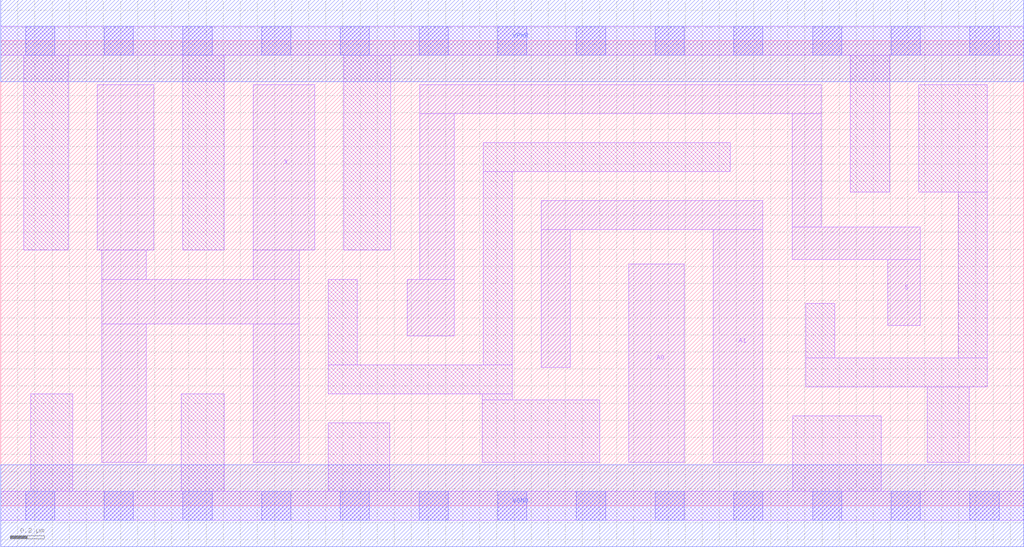
<source format=lef>
# Copyright 2020 The SkyWater PDK Authors
#
# Licensed under the Apache License, Version 2.0 (the "License");
# you may not use this file except in compliance with the License.
# You may obtain a copy of the License at
#
#     https://www.apache.org/licenses/LICENSE-2.0
#
# Unless required by applicable law or agreed to in writing, software
# distributed under the License is distributed on an "AS IS" BASIS,
# WITHOUT WARRANTIES OR CONDITIONS OF ANY KIND, either express or implied.
# See the License for the specific language governing permissions and
# limitations under the License.
#
# SPDX-License-Identifier: Apache-2.0

VERSION 5.7 ;
  NOWIREEXTENSIONATPIN ON ;
  DIVIDERCHAR "/" ;
  BUSBITCHARS "[]" ;
UNITS
  DATABASE MICRONS 200 ;
END UNITS
PROPERTYDEFINITIONS
  MACRO maskLayoutSubType STRING ;
  MACRO prCellType STRING ;
  MACRO originalViewName STRING ;
END PROPERTYDEFINITIONS
MACRO sky130_fd_sc_hdll__clkmux2_4
  CLASS CORE ;
  FOREIGN sky130_fd_sc_hdll__clkmux2_4 ;
  ORIGIN  0.000000  0.000000 ;
  SIZE  5.980000 BY  2.720000 ;
  SYMMETRY X Y R90 ;
  SITE unithd ;
  PIN A0
    ANTENNAGATEAREA  0.232200 ;
    DIRECTION INPUT ;
    USE SIGNAL ;
    PORT
      LAYER li1 ;
        RECT 3.670000 0.255000 3.995000 1.415000 ;
    END
  END A0
  PIN A1
    ANTENNAGATEAREA  0.232200 ;
    DIRECTION INPUT ;
    USE SIGNAL ;
    PORT
      LAYER li1 ;
        RECT 3.160000 0.810000 3.330000 1.615000 ;
        RECT 3.160000 1.615000 4.455000 1.785000 ;
        RECT 4.165000 0.255000 4.455000 1.615000 ;
    END
  END A1
  PIN S
    ANTENNAGATEAREA  0.479400 ;
    DIRECTION INPUT ;
    USE SIGNAL ;
    PORT
      LAYER li1 ;
        RECT 2.375000 0.995000 2.650000 1.325000 ;
        RECT 2.450000 1.325000 2.650000 2.295000 ;
        RECT 2.450000 2.295000 4.795000 2.465000 ;
        RECT 4.625000 1.440000 5.375000 1.630000 ;
        RECT 4.625000 1.630000 4.795000 2.295000 ;
        RECT 5.185000 1.055000 5.375000 1.440000 ;
    END
  END S
  PIN VGND
    ANTENNADIFFAREA  0.801600 ;
    DIRECTION INOUT ;
    USE SIGNAL ;
    PORT
      LAYER met1 ;
        RECT 0.000000 -0.240000 5.980000 0.240000 ;
    END
  END VGND
  PIN VPWR
    ANTENNADIFFAREA  1.358800 ;
    DIRECTION INOUT ;
    USE SIGNAL ;
    PORT
      LAYER met1 ;
        RECT 0.000000 2.480000 5.980000 2.960000 ;
    END
  END VPWR
  PIN X
    ANTENNADIFFAREA  0.860800 ;
    DIRECTION OUTPUT ;
    USE SIGNAL ;
    PORT
      LAYER li1 ;
        RECT 0.565000 1.495000 0.895000 2.465000 ;
        RECT 0.590000 0.255000 0.850000 1.065000 ;
        RECT 0.590000 1.065000 1.745000 1.325000 ;
        RECT 0.590000 1.325000 0.850000 1.495000 ;
        RECT 1.475000 0.255000 1.745000 1.065000 ;
        RECT 1.475000 1.325000 1.745000 1.495000 ;
        RECT 1.475000 1.495000 1.835000 2.465000 ;
    END
  END X
  OBS
    LAYER li1 ;
      RECT 0.000000 -0.085000 5.980000 0.085000 ;
      RECT 0.000000  2.635000 5.980000 2.805000 ;
      RECT 0.135000  1.495000 0.395000 2.635000 ;
      RECT 0.175000  0.085000 0.420000 0.655000 ;
      RECT 1.055000  0.085000 1.305000 0.655000 ;
      RECT 1.065000  1.495000 1.305000 2.635000 ;
      RECT 1.915000  0.085000 2.275000 0.485000 ;
      RECT 1.915000  0.655000 2.990000 0.825000 ;
      RECT 1.915000  0.825000 2.085000 1.325000 ;
      RECT 2.005000  1.495000 2.280000 2.635000 ;
      RECT 2.815000  0.255000 3.500000 0.620000 ;
      RECT 2.815000  0.620000 2.990000 0.655000 ;
      RECT 2.820000  0.825000 2.990000 1.955000 ;
      RECT 2.820000  1.955000 4.265000 2.125000 ;
      RECT 4.630000  0.085000 5.145000 0.525000 ;
      RECT 4.705000  0.695000 5.765000 0.865000 ;
      RECT 4.705000  0.865000 4.875000 1.185000 ;
      RECT 4.965000  1.835000 5.195000 2.635000 ;
      RECT 5.365000  1.835000 5.765000 2.465000 ;
      RECT 5.415000  0.255000 5.660000 0.695000 ;
      RECT 5.595000  0.865000 5.765000 1.835000 ;
    LAYER mcon ;
      RECT 0.145000 -0.085000 0.315000 0.085000 ;
      RECT 0.145000  2.635000 0.315000 2.805000 ;
      RECT 0.605000 -0.085000 0.775000 0.085000 ;
      RECT 0.605000  2.635000 0.775000 2.805000 ;
      RECT 1.065000 -0.085000 1.235000 0.085000 ;
      RECT 1.065000  2.635000 1.235000 2.805000 ;
      RECT 1.525000 -0.085000 1.695000 0.085000 ;
      RECT 1.525000  2.635000 1.695000 2.805000 ;
      RECT 1.985000 -0.085000 2.155000 0.085000 ;
      RECT 1.985000  2.635000 2.155000 2.805000 ;
      RECT 2.445000 -0.085000 2.615000 0.085000 ;
      RECT 2.445000  2.635000 2.615000 2.805000 ;
      RECT 2.905000 -0.085000 3.075000 0.085000 ;
      RECT 2.905000  2.635000 3.075000 2.805000 ;
      RECT 3.365000 -0.085000 3.535000 0.085000 ;
      RECT 3.365000  2.635000 3.535000 2.805000 ;
      RECT 3.825000 -0.085000 3.995000 0.085000 ;
      RECT 3.825000  2.635000 3.995000 2.805000 ;
      RECT 4.285000 -0.085000 4.455000 0.085000 ;
      RECT 4.285000  2.635000 4.455000 2.805000 ;
      RECT 4.745000 -0.085000 4.915000 0.085000 ;
      RECT 4.745000  2.635000 4.915000 2.805000 ;
      RECT 5.205000 -0.085000 5.375000 0.085000 ;
      RECT 5.205000  2.635000 5.375000 2.805000 ;
      RECT 5.665000 -0.085000 5.835000 0.085000 ;
      RECT 5.665000  2.635000 5.835000 2.805000 ;
  END
  PROPERTY maskLayoutSubType "abstract" ;
  PROPERTY prCellType "standard" ;
  PROPERTY originalViewName "layout" ;
END sky130_fd_sc_hdll__clkmux2_4
END LIBRARY

</source>
